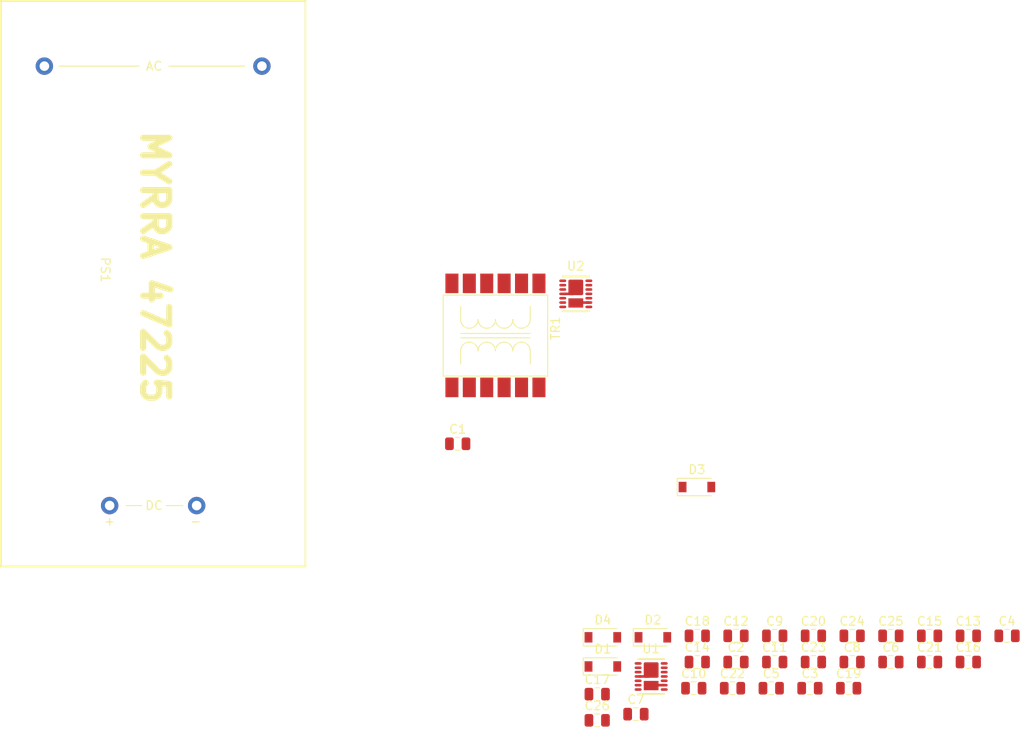
<source format=kicad_pcb>
(kicad_pcb (version 20211014) (generator pcbnew)
  (layers (0 "F.Cu" signal) (31 "B.Cu" signal) (34 "B.Paste" user) (35 "F.Paste" user) (36 "B.SilkS" user "B.Silkscreen") (37 "F.SilkS" user "F.Silkscreen") (38 "B.Mask" user) (39 "F.Mask" user) (44 "Edge.Cuts" user))
  (net 0 "")
  (net 1 "Net-(C1-Pad1)")
  (net 2 "Net-(C1-Pad2)")
  (net 3 "GND")
  (net 4 "Net-(C3-Pad2)")
  (net 5 "Net-(C4-Pad2)")
  (net 6 "VDD")
  (net 7 "GND1")
  (net 8 "+7.5V")
  (net 9 "+9V")
  (net 10 "-9V")
  (net 11 "Net-(C15-Pad1)")
  (net 12 "+15V")
  (net 13 "Net-(C16-Pad1)")
  (net 14 "-15V")
  (net 15 "Net-(C17-Pad1)")
  (net 16 "+5V")
  (net 17 "Net-(C18-Pad1)")
  (net 18 "-5V")
  (net 19 "Net-(D1-Pad2)")
  (net 20 "Net-(D2-Pad2)")
  (net 21 "Net-(D3-Pad1)")
  (net 22 "Net-(D4-Pad1)")
  (footprint "Diode_SMD:D_SOD-123" (layer "F.Cu") (at 173.24 90.29)
    (fp_text reference "D2" (at 0 -2) (layer "F.SilkS"))
    (fp_text value "1N4148W")
    (fp_line (start -2.25 -1) (end -2.25 1) (layer "F.SilkS") (width 0.12))
    (fp_line (start -2.25 1) (end 1.65 1) (layer "F.SilkS") (width 0.12))
    (fp_line (start -2.25 -1) (end 1.65 -1) (layer "F.SilkS") (width 0.12))
    (pad "1" smd rect (at -1.65 0) (size 0.9 1.2) (layers "F.Cu" "F.Paste" "F.Mask") (net 2 "Net-(C1-Pad2)"))
    (pad "2" smd rect (at 1.65 0) (size 0.9 1.2) (layers "F.Cu" "F.Paste" "F.Mask") (net 20 "Net-(D2-Pad2)"))
  )
  (footprint "Capacitor_SMD:C_0805_2012Metric" (layer "F.Cu") (at 209.49 90.12)
    (fp_text reference "C13" (at 0 -1.68) (layer "F.SilkS"))
    (fp_text value "0.1uF")
    (fp_line (start -0.261252 0.735) (end 0.261252 0.735) (layer "F.SilkS") (width 0.12))
    (fp_line (start -0.261252 -0.735) (end 0.261252 -0.735) (layer "F.SilkS") (width 0.12))
    (pad "1" smd roundrect (at -0.95 0) (size 1 1.45) (layers "F.Cu" "F.Paste" "F.Mask") (net 8 "+7.5V"))
    (pad "2" smd roundrect (at 0.95 0) (size 1 1.45) (layers "F.Cu" "F.Paste" "F.Mask") (net 3 "GND"))
  )
  (footprint "Capacitor_SMD:C_0805_2012Metric" (layer "F.Cu") (at 182.79 90.12)
    (fp_text reference "C12" (at 0 -1.68) (layer "F.SilkS"))
    (fp_text value "0.1uF")
    (fp_line (start -0.261252 0.735) (end 0.261252 0.735) (layer "F.SilkS") (width 0.12))
    (fp_line (start -0.261252 -0.735) (end 0.261252 -0.735) (layer "F.SilkS") (width 0.12))
    (pad "1" smd roundrect (at -0.95 0) (size 1 1.45) (layers "F.Cu" "F.Paste" "F.Mask") (net 8 "+7.5V"))
    (pad "2" smd roundrect (at 0.95 0) (size 1 1.45) (layers "F.Cu" "F.Paste" "F.Mask") (net 3 "GND"))
  )
  (footprint "Capacitor_SMD:C_0805_2012Metric" (layer "F.Cu") (at 186.84 96.14)
    (fp_text reference "C5" (at 0 -1.68) (layer "F.SilkS"))
    (fp_text value "0.1uF")
    (fp_line (start -0.261252 -0.735) (end 0.261252 -0.735) (layer "F.SilkS") (width 0.12))
    (fp_line (start -0.261252 0.735) (end 0.261252 0.735) (layer "F.SilkS") (width 0.12))
    (pad "1" smd roundrect (at -0.95 0) (size 1 1.45) (layers "F.Cu" "F.Paste" "F.Mask") (net 6 "VDD"))
    (pad "2" smd roundrect (at 0.95 0) (size 1 1.45) (layers "F.Cu" "F.Paste" "F.Mask") (net 7 "GND1"))
  )
  (footprint "Capacitor_SMD:C_0805_2012Metric" (layer "F.Cu") (at 191.29 96.14)
    (fp_text reference "C3" (at 0 -1.68) (layer "F.SilkS"))
    (fp_text value "10uF")
    (fp_line (start -0.261252 0.735) (end 0.261252 0.735) (layer "F.SilkS") (width 0.12))
    (fp_line (start -0.261252 -0.735) (end 0.261252 -0.735) (layer "F.SilkS") (width 0.12))
    (pad "1" smd roundrect (at -0.95 0) (size 1 1.45) (layers "F.Cu" "F.Paste" "F.Mask") (net 3 "GND"))
    (pad "2" smd roundrect (at 0.95 0) (size 1 1.45) (layers "F.Cu" "F.Paste" "F.Mask") (net 4 "Net-(C3-Pad2)"))
  )
  (footprint "Diode_SMD:D_SOD-123" (layer "F.Cu") (at 167.49 93.64)
    (fp_text reference "D1" (at 0 -2) (layer "F.SilkS"))
    (fp_text value "1N4148W")
    (fp_line (start -2.25 1) (end 1.65 1) (layer "F.SilkS") (width 0.12))
    (fp_line (start -2.25 -1) (end 1.65 -1) (layer "F.SilkS") (width 0.12))
    (fp_line (start -2.25 -1) (end -2.25 1) (layer "F.SilkS") (width 0.12))
    (pad "1" smd rect (at -1.65 0) (size 0.9 1.2) (layers "F.Cu" "F.Paste" "F.Mask") (net 1 "Net-(C1-Pad1)"))
    (pad "2" smd rect (at 1.65 0) (size 0.9 1.2) (layers "F.Cu" "F.Paste" "F.Mask") (net 19 "Net-(D1-Pad2)"))
  )
  (footprint "Herranz - Linear Regulators:SON50P300X400X80-15N" (layer "F.Cu") (at 164.38 50.82)
    (fp_text reference "U2" (at -0.01 -3.19) (layer "F.SilkS") (effects (font (size 1.002173 1.002173))))
    (fp_text value "LT3032-xDE-5")
    (fp_line (start 1.5 1) (end 0.5 1) (layer "F.Cu") (width 0.3))
    (fp_line (start -0.3 0) (end -1.3 0) (layer "F.Cu") (width 0.3))
    (fp_line (start -1.5 2) (end 1.5 2) (layer "F.SilkS") (width 0.2))
    (fp_line (start -1.5 -2) (end 1.5 -2) (layer "F.SilkS") (width 0.2))
    (pad "1" smd oval (at -1.5 -1.5) (size 0.8 0.3) (layers "F.Cu" "F.Paste" "F.Mask") (net 16 "+5V"))
    (pad "2" smd oval (at -1.5 -1) (size 0.8 0.3) (layers "F.Cu" "F.Paste" "F.Mask"))
    (pad "3" smd oval (at -1.5 -0.5) (size 0.8 0.3) (layers "F.Cu" "F.Paste" "F.Mask") (net 15 "Net-(C17-Pad1)"))
    (pad "4" smd oval (at -1.5 0) (size 0.8 0.3) (layers "F.Cu" "F.Paste" "F.Mask") (net 3 "GND"))
    (pad "5" smd oval (at -1.5 0.5) (size 0.8 0.3) (layers "F.Cu" "F.Paste" "F.Mask") (net 3 "GND"))
    (pad "6" smd oval (at -1.5 1) (size 0.8 0.3) (layers "F.Cu" "F.Paste" "F.Mask") (net 10 "-9V"))
    (pad "7" smd oval (at -1.5 1.5) (size 0.8 0.3) (layers "F.Cu" "F.Paste" "F.Mask") (net 18 "-5V"))
    (pad "8" smd oval (at 1.5 1.5 180) (size 0.8 0.3) (layers "F.Cu" "F.Paste" "F.Mask"))
    (pad "9" smd oval (at 1.5 1 180) (size 0.8 0.3) (layers "F.Cu" "F.Paste" "F.Mask") (net 10 "-9V"))
    (pad "10" smd oval (at 1.5 0.5 180) (size 0.8 0.3) (layers "F.Cu" "F.Paste" "F.Mask") (net 9 "+9V"))
    (pad "11" smd oval (at 1.5 0 180) (size 0.8 0.3) (layers "F.Cu" "F.Paste" "F.Mask") (net 17 "Net-(C18-Pad1)"))
    (pad "12" smd oval (at 1.5 -0.5 180) (size 0.8 0.3) (layers "F.Cu" "F.Paste" "F.Mask") (net 9 "+9V"))
    (pad "13" smd oval (at 1.5 -1 180) (size 0.8 0.3) (layers "F.Cu" "F.Paste" "F.Mask"))
    (pad "14" smd oval (at 1.5 -1.5 180) (size 0.8 0.3) (layers "F.Cu" "F.Paste" "F.Mask") (net 9 "+9V"))
    (pad "15" smd roundrect (at 0 -0.74) (size 1.7 1.78) (layers "F.Cu" "F.Paste" "F.Mask") (roundrect_rratio 0.09) (net 3 "GND"))
    (pad "16" smd roundrect (at 0 1.045) (size 1.7 1.07) (layers "F.Cu" "F.Paste" "F.Mask") (roundrect_rratio 0.05) (net 10 "-9V"))
  )
  (footprint "Capacitor_SMD:C_0805_2012Metric" (layer "F.Cu") (at 178.34 93.13)
    (fp_text reference "C14" (at 0 -1.68) (layer "F.SilkS"))
    (fp_text value "0.1uF")
    (fp_line (start -0.261252 -0.735) (end 0.261252 -0.735) (layer "F.SilkS") (width 0.12))
    (fp_line (start -0.261252 0.735) (end 0.261252 0.735) (layer "F.SilkS") (width 0.12))
    (pad "1" smd roundrect (at -0.95 0) (size 1 1.45) (layers "F.Cu" "F.Paste" "F.Mask") (net 9 "+9V"))
    (pad "2" smd roundrect (at 0.95 0) (size 1 1.45) (layers "F.Cu" "F.Paste" "F.Mask") (net 3 "GND"))
  )
  (footprint "Diode_SMD:D_SOD-123" (layer "F.Cu") (at 167.49 90.29)
    (fp_text reference "D4" (at 0 -2) (layer "F.SilkS"))
    (fp_text value "1N4148W")
    (fp_line (start -2.25 1) (end 1.65 1) (layer "F.SilkS") (width 0.12))
    (fp_line (start -2.25 -1) (end 1.65 -1) (layer "F.SilkS") (width 0.12))
    (fp_line (start -2.25 -1) (end -2.25 1) (layer "F.SilkS") (width 0.12))
    (pad "1" smd rect (at -1.65 0) (size 0.9 1.2) (layers "F.Cu" "F.Paste" "F.Mask") (net 22 "Net-(D4-Pad1)"))
    (pad "2" smd rect (at 1.65 0) (size 0.9 1.2) (layers "F.Cu" "F.Paste" "F.Mask") (net 5 "Net-(C4-Pad2)"))
  )
  (footprint "Capacitor_SMD:C_0805_2012Metric" (layer "F.Cu") (at 177.94 96.14)
    (fp_text reference "C10" (at 0 -1.68) (layer "F.SilkS"))
    (fp_text value "10uF")
    (fp_line (start -0.261252 0.735) (end 0.261252 0.735) (layer "F.SilkS") (width 0.12))
    (fp_line (start -0.261252 -0.735) (end 0.261252 -0.735) (layer "F.SilkS") (width 0.12))
    (pad "1" smd roundrect (at -0.95 0) (size 1 1.45) (layers "F.Cu" "F.Paste" "F.Mask") (net 10 "-9V"))
    (pad "2" smd roundrect (at 0.95 0) (size 1 1.45) (layers "F.Cu" "F.Paste" "F.Mask") (net 3 "GND"))
  )
  (footprint "Herranz - Transformers:WE-FLEX 749196141" (layer "F.Cu") (at 150.145 61.57)
    (fp_text reference "TR1" (at 11.9 -6.8 90 unlocked) (layer "F.SilkS"))
    (fp_text value "WE-flex_749196141_ALT")
    (fp_line (start 1 -4.2) (end 1 -2.7) (layer "F.SilkS") (width 0.12))
    (fp_line (start 9 -4.2) (end 9 -2.7) (layer "F.SilkS") (width 0.12))
    (fp_line (start 1 -6.2) (end 9 -6.2) (layer "F.SilkS") (width 0.12))
    (fp_line (start 1 -5.7) (end 9 -5.7) (layer "F.SilkS") (width 0.12))
    (fp_line (start 9 -7.8) (end 9 -9.3) (layer "F.SilkS") (width 0.12))
    (fp_line (start 1 -7.8) (end 1 -9.3) (layer "F.SilkS") (width 0.12))
    (fp_rect (start -1 -10.61) (end 11 -1.29) (layer "F.SilkS") (width 0.12) (fill none))
    (fp_arc (start 9 -7.8) (mid 8 -6.8) (end 7 -7.8) (layer "F.SilkS") (width 0.12))
    (fp_arc (start 5 -7.8) (mid 4 -6.8) (end 3 -7.8) (layer "F.SilkS") (width 0.12))
    (fp_arc (start 3 -4.2) (mid 4 -5.2) (end 5 -4.2) (layer "F.SilkS") (width 0.12))
    (fp_arc (start 7 -4.2) (mid 8 -5.2) (end 9 -4.2) (layer "F.SilkS") (width 0.12))
    (fp_arc (start 3 -7.8) (mid 2 -6.8) (end 1 -7.8) (layer "F.SilkS") (width 0.12))
    (fp_arc (start 1 -4.2) (mid 2 -5.2) (end 3 -4.2) (layer "F.SilkS") (width 0.12))
    (fp_arc (start 7 -7.8) (mid 6 -6.8) (end 5 -7.8) (layer "F.SilkS") (width 0.12))
    (fp_arc (start 5 -4.2) (mid 6 -5.2) (end 7 -4.2) (layer "F.SilkS") (width 0.12))
    (pad "1" smd rect (at 0 0) (size 1.5 2.25) (layers "F.Cu" "F.Paste" "F.Mask") (net 19 "Net-(D1-Pad2)"))
    (pad "2" smd rect (at 2 0) (size 1.5 2.25) (layers "F.Cu" "F.Paste" "F.Mask") (net 6 "VDD"))
    (pad "3" smd rect (at 4 0) (size 1.5 2.25) (layers "F.Cu" "F.Paste" "F.Mask") (net 6 "VDD"))
    (pad "4" smd rect (at 6 0) (size 1.5 2.25) (layers "F.Cu" "F.Paste" "F.Mask") (net 20 "Net-(D2-Pad2)"))
    (pad "5" smd rect (at 8 0) (size 1.5 2.25) (layers "F.Cu" "F.Paste" "F.Mask") (net 7 "GND1"))
    (pad "6" smd rect (at 10 0) (size 1.5 2.25) (layers "F.Cu" "F.Paste" "F.Mask") (net 7 "GND1"))
    (pad "7" smd rect (at 10 -11.95) (size 1.5 2.25) (layers "F.Cu" "F.Paste" "F.Mask") (net 22 "Net-(D4-Pad1)"))
    (pad "8" smd rect (at 8 -11.95) (size 1.5 2.25) (layers "F.Cu" "F.Paste" "F.Mask") (net 3 "GND"))
    (pad "9" smd rect (at 6 -11.95) (size 1.5 2.25) (layers "F.Cu" "F.Paste" "F.Mask") (net 21 "Net-(D3-Pad1)"))
    (pad "10" smd rect (at 4 -11.95) (size 1.5 2.25) (layers "F.Cu" "F.Paste" "F.Mask") (net 21 "Net-(D3-Pad1)"))
    (pad "11" smd rect (at 2 -11.95) (size 1.5 2.25) (layers "F.Cu" "F.Paste" "F.Mask") (net 20 "Net-(D2-Pad2)"))
    (pad "12" smd rect (at 0 -11.95) (size 1.5 2.25) (layers "F.Cu" "F.Paste" "F.Mask") (net 3 "GND"))
  )
  (footprint "Capacitor_SMD:C_0805_2012Metric" (layer "F.Cu") (at 205.04 90.12)
    (fp_text reference "C15" (at 0 -1.68) (layer "F.SilkS"))
    (fp_text value "3300pF")
    (fp_line (start -0.261252 -0.735) (end 0.261252 -0.735) (layer "F.SilkS") (width 0.12))
    (fp_line (start -0.261252 0.735) (end 0.261252 0.735) (layer "F.SilkS") (width 0.12))
    (pad "1" smd roundrect (at -0.95 0) (size 1 1.45) (layers "F.Cu" "F.Paste" "F.Mask") (net 11 "Net-(C15-Pad1)"))
    (pad "2" smd roundrect (at 0.95 0) (size 1 1.45) (layers "F.Cu" "F.Paste" "F.Mask") (net 12 "+15V"))
  )
  (footprint "Capacitor_SMD:C_0805_2012Metric" (layer "F.Cu") (at 191.69 93.13)
    (fp_text reference "C23" (at 0 -1.68) (layer "F.SilkS"))
    (fp_text value "10uF")
    (fp_line (start -0.261252 0.735) (end 0.261252 0.735) (layer "F.SilkS") (width 0.12))
    (fp_line (start -0.261252 -0.735) (end 0.261252 -0.735) (layer "F.SilkS") (width 0.12))
    (pad "1" smd roundrect (at -0.95 0) (size 1 1.45) (layers "F.Cu" "F.Paste" "F.Mask") (net 16 "+5V"))
    (pad "2" smd roundrect (at 0.95 0) (size 1 1.45) (layers "F.Cu" "F.Paste" "F.Mask") (net 3 "GND"))
  )
  (footprint "Capacitor_SMD:C_0805_2012Metric" (layer "F.Cu") (at 182.39 96.14)
    (fp_text reference "C22" (at 0 -1.68) (layer "F.SilkS"))
    (fp_text value "0.1uF")
    (fp_line (start -0.261252 -0.735) (end 0.261252 -0.735) (layer "F.SilkS") (width 0.12))
    (fp_line (start -0.261252 0.735) (end 0.261252 0.735) (layer "F.SilkS") (width 0.12))
    (pad "1" smd roundrect (at -0.95 0) (size 1 1.45) (layers "F.Cu" "F.Paste" "F.Mask") (net 14 "-15V"))
    (pad "2" smd roundrect (at 0.95 0) (size 1 1.45) (layers "F.Cu" "F.Paste" "F.Mask") (net 3 "GND"))
  )
  (footprint "Capacitor_SMD:C_0805_2012Metric" (layer "F.Cu") (at 200.59 90.12)
    (fp_text reference "C25" (at 0 -1.68) (layer "F.SilkS"))
    (fp_text value "10uF")
    (fp_line (start -0.261252 0.735) (end 0.261252 0.735) (layer "F.SilkS") (width 0.12))
    (fp_line (start -0.261252 -0.735) (end 0.261252 -0.735) (layer "F.SilkS") (width 0.12))
    (pad "1" smd roundrect (at -0.95 0) (size 1 1.45) (layers "F.Cu" "F.Paste" "F.Mask") (net 12 "+15V"))
    (pad "2" smd roundrect (at 0.95 0) (size 1 1.45) (layers "F.Cu" "F.Paste" "F.Mask") (net 3 "GND"))
  )
  (footprint "Capacitor_SMD:C_0805_2012Metric" (layer "F.Cu") (at 182.79 93.13)
    (fp_text reference "C2" (at 0 -1.68) (layer "F.SilkS"))
    (fp_text value "10uF")
    (fp_line (start -0.261252 0.735) (end 0.261252 0.735) (layer "F.SilkS") (width 0.12))
    (fp_line (start -0.261252 -0.735) (end 0.261252 -0.735) (layer "F.SilkS") (width 0.12))
    (pad "1" smd roundrect (at -0.95 0) (size 1 1.45) (layers "F.Cu" "F.Paste" "F.Mask") (net 2 "Net-(C1-Pad2)"))
    (pad "2" smd roundrect (at 0.95 0) (size 1 1.45) (layers "F.Cu" "F.Paste" "F.Mask") (net 3 "GND"))
  )
  (footprint "Capacitor_SMD:C_0805_2012Metric" (layer "F.Cu") (at 178.34 90.12)
    (fp_text reference "C18" (at 0 -1.68) (layer "F.SilkS"))
    (fp_text value "3300pF")
    (fp_line (start -0.261252 0.735) (end 0.261252 0.735) (layer "F.SilkS") (width 0.12))
    (fp_line (start -0.261252 -0.735) (end 0.261252 -0.735) (layer "F.SilkS") (width 0.12))
    (pad "1" smd roundrect (at -0.95 0) (size 1 1.45) (layers "F.Cu" "F.Paste" "F.Mask") (net 17 "Net-(C18-Pad1)"))
    (pad "2" smd roundrect (at 0.95 0) (size 1 1.45) (layers "F.Cu" "F.Paste" "F.Mask") (net 18 "-5V"))
  )
  (footprint "Diode_SMD:D_SOD-123" (layer "F.Cu") (at 178.3 73.02)
    (fp_text reference "D3" (at 0 -2) (layer "F.SilkS"))
    (fp_text value "1N4148W")
    (fp_line (start -2.25 1) (end 1.65 1) (layer "F.SilkS") (width 0.12))
    (fp_line (start -2.25 -1) (end -2.25 1) (layer "F.SilkS") (width 0.12))
    (fp_line (start -2.25 -1) (end 1.65 -1) (layer "F.SilkS") (width 0.12))
    (pad "1" smd rect (at -1.65 0) (size 0.9 1.2) (layers "F.Cu" "F.Paste" "F.Mask") (net 21 "Net-(D3-Pad1)"))
    (pad "2" smd rect (at 1.65 0) (size 0.9 1.2) (layers "F.Cu" "F.Paste" "F.Mask") (net 4 "Net-(C3-Pad2)"))
  )
  (footprint "Capacitor_SMD:C_0805_2012Metric" (layer "F.Cu") (at 191.69 90.12)
    (fp_text reference "C20" (at 0 -1.68) (layer "F.SilkS"))
    (fp_text value "0.1uF")
    (fp_line (start -0.261252 -0.735) (end 0.261252 -0.735) (layer "F.SilkS") (width 0.12))
    (fp_line (start -0.261252 0.735) (end 0.261252 0.735) (layer "F.SilkS") (width 0.12))
    (pad "1" smd roundrect (at -0.95 0) (size 1 1.45) (layers "F.Cu" "F.Paste" "F.Mask") (net 18 "-5V"))
    (pad "2" smd roundrect (at 0.95 0) (size 1 1.45) (layers "F.Cu" "F.Paste" "F.Mask") (net 3 "GND"))
  )
  (footprint "Capacitor_SMD:C_0805_2012Metric" (layer "F.Cu") (at 171.29 99.12)
    (fp_text reference "C7" (at 0 -1.68) (layer "F.SilkS"))
    (fp_text value "10uF")
    (fp_line (start -0.261252 -0.735) (end 0.261252 -0.735) (layer "F.SilkS") (width 0.12))
    (fp_line (start -0.261252 0.735) (end 0.261252 0.735) (layer "F.SilkS") (width 0.12))
    (pad "1" smd roundrect (at -0.95 0) (size 1 1.45) (layers "F.Cu" "F.Paste" "F.Mask") (net 8 "+7.5V"))
    (pad "2" smd roundrect (at 0.95 0) (size 1 1.45) (layers "F.Cu" "F.Paste" "F.Mask") (net 3 "GND"))
  )
  (footprint "Capacitor_SMD:C_0805_2012Metric" (layer "F.Cu") (at 195.74 96.14)
    (fp_text reference "C19" (at 0 -1.68) (layer "F.SilkS"))
    (fp_text value "0.1uF")
    (fp_line (start -0.261252 0.735) (end 0.261252 0.735) (layer "F.SilkS") (width 0.12))
    (fp_line (start -0.261252 -0.735) (end 0.261252 -0.735) (layer "F.SilkS") (width 0.12))
    (pad "1" smd roundrect (at -0.95 0) (size 1 1.45) (layers "F.Cu" "F.Paste" "F.Mask") (net 16 "+5V"))
    (pad "2" smd roundrect (at 0.95 0) (size 1 1.45) (layers "F.Cu" "F.Paste" "F.Mask") (net 3 "GND"))
  )
  (footprint "Capacitor_SMD:C_0805_2012Metric" (layer "F.Cu") (at 209.49 93.13)
    (fp_text reference "C16" (at 0 -1.68) (layer "F.SilkS"))
    (fp_text value "3300pF")
    (fp_line (start -0.261252 0.735) (end 0.261252 0.735) (layer "F.SilkS") (width 0.12))
    (fp_line (start -0.261252 -0.735) (end 0.261252 -0.735) (layer "F.SilkS") (width 0.12))
    (pad "1" smd roundrect (at -0.95 0) (size 1 1.45) (layers "F.Cu" "F.Paste" "F.Mask") (net 13 "Net-(C16-Pad1)"))
    (pad "2" smd roundrect (at 0.95 0) (size 1 1.45) (layers "F.Cu" "F.Paste" "F.Mask") (net 14 "-15V"))
  )
  (footprint "Capacitor_SMD:C_0805_2012Metric" (layer "F.Cu") (at 187.24 90.12)
    (fp_text reference "C9" (at 0 -1.68) (layer "F.SilkS"))
    (fp_text value "10uF")
    (fp_line (start -0.261252 0.735) (end 0.261252 0.735) (layer "F.SilkS") (width 0.12))
    (fp_line (start -0.261252 -0.735) (end 0.261252 -0.735) (layer "F.SilkS") (width 0.12))
    (pad "1" smd roundrect (at -0.95 0) (size 1 1.45) (layers "F.Cu" "F.Paste" "F.Mask") (net 9 "+9V"))
    (pad "2" smd roundrect (at 0.95 0) (size 1 1.45) (layers "F.Cu" "F.Paste" "F.Mask") (net 3 "GND"))
  )
  (footprint "Capacitor_SMD:C_0805_2012Metric" (layer "F.Cu") (at 213.94 90.12)
    (fp_text reference "C4" (at 0 -1.68) (layer "F.SilkS"))
    (fp_text value "10uF")
    (fp_line (start -0.261252 -0.735) (end 0.261252 -0.735) (layer "F.SilkS") (width 0.12))
    (fp_line (start -0.261252 0.735) (end 0.261252 0.735) (layer "F.SilkS") (width 0.12))
    (pad "1" smd roundrect (at -0.95 0) (size 1 1.45) (layers "F.Cu" "F.Paste" "F.Mask") (net 4 "Net-(C3-Pad2)"))
    (pad "2" smd roundrect (at 0.95 0) (size 1 1.45) (layers "F.Cu" "F.Paste" "F.Mask") (net 5 "Net-(C4-Pad2)"))
  )
  (footprint "Herranz - Linear Regulators:SON50P300X400X80-15N" (layer "F.Cu") (at 173.04 94.79)
    (fp_text reference "U1" (at -0.01 -3.19) (layer "F.SilkS") (effects (font (size 1.002173 1.002173))))
    (fp_text value "LT3032-xDE-15")
    (fp_line (start 1.5 1) (end 0.5 1) (layer "F.Cu") (width 0.3))
    (fp_line (start -0.3 0) (end -1.3 0) (layer "F.Cu") (width 0.3))
    (fp_line (start -1.5 2) (end 1.5 2) (layer "F.SilkS") (width 0.2))
    (fp_line (start -1.5 -2) (end 1.5 -2) (layer "F.SilkS") (width 0.2))
    (pad "1" smd oval (at -1.5 -1.5) (size 0.8 0.3) (layers "F.Cu" "F.Paste" "F.Mask") (net 12 "+15V"))
    (pad "2" smd oval (at -1.5 -1) (size 0.8 0.3) (layers "F.Cu" "F.Paste" "F.Mask"))
    (pad "3" smd oval (at -1.5 -0.5) (size 0.8 0.3) (layers "F.Cu" "F.Paste" "F.Mask") (net 11 "Net-(C15-Pad1)"))
    (pad "4" smd oval (at -1.5 0) (size 0.8 0.3) (layers "F.Cu" "F.Paste" "F.Mask") (net 3 "GND"))
    (pad "5" smd oval (at -1.5 0.5) (size 0.8 0.3) (layers "F.Cu" "F.Paste" "F.Mask") (net 3 "GND"))
    (pad "6" smd oval (at -1.5 1) (size 0.8 0.3) (layers "F.Cu" "F.Paste" "F.Mask") (net 8 "+7.5V"))
    (pad "7" smd oval (at -1.5 1.5) (size 0.8 0.3) (layers "F.Cu" "F.Paste" "F.Mask") (net 14 "-15V"))
    (pad "8" smd oval (at 1.5 1.5 180) (size 0.8 0.3) (layers "F.Cu" "F.Paste" "F.Mask"))
    (pad "9" smd oval (at 1.5 1 180) (size 0.8 0.3) (layers "F.Cu" "F.Paste" "F.Mask") (net 8 "+7.5V"))
    (pad "10" smd oval (at 1.5 0.5 180) (size 0.8 0.3) (layers "F.Cu" "F.Paste" "F.Mask") (net 8 "+7.5V"))
    (pad "11" smd oval (at 1.5 0 180) (size 0.8 0.3) (layers "F.Cu" "F.Paste" "F.Mask") (net 13 "Net-(C16-Pad1)"))
    (pad "12" smd oval (at 1.5 -0.5 180) (size 0.8 0.3) (layers "F.Cu" "F.Paste" "F.Mask") (net 8 "+7.5V"))
    (pad "13" smd oval (at 1.5 -1 180) (size 0.8 0.3) (layers "F.Cu" "F.Paste" "F.Mask"))
    (pad "14" smd oval (at 1.5 -1.5 180) (size 0.8 0.3) (layers "F.Cu" "F.Paste" "F.Mask") (net 8 "+7.5V"))
    (pad "15" smd roundrect (at 0 -0.74) (size 1.7 1.78) (layers "F.Cu" "F.Paste" "F.Mask") (roundrect_rratio 0.09) (net 3 "GND"))
    (pad "16" smd roundrect (at 0 1.045) (size 1.7 1.07) (layers "F.Cu" "F.Paste" "F.Mask") (roundrect_rratio 0.05) (net 8 "+7.5V"))
  )
  (footprint "Capacitor_SMD:C_0805_2012Metric" (layer "F.Cu") (at 196.14 90.12)
    (fp_text reference "C24" (at 0 -1.68) (layer "F.SilkS"))
    (fp_text value "10uF")
    (fp_line (start -0.261252 0.735) (end 0.261252 0.735) (layer "F.SilkS") (width 0.12))
    (fp_line (start -0.261252 -0.735) (end 0.261252 -0.735) (layer "F.SilkS") (width 0.12))
    (pad "1" smd roundrect (at -0.95 0) (size 1 1.45) (layers "F.Cu" "F.Paste" "F.Mask") (net 18 "-5V"))
    (pad "2" smd roundrect (at 0.95 0) (size 1 1.45) (layers "F.Cu" "F.Paste" "F.Mask") (net 3 "GND"))
  )
  (footprint "Capacitor_SMD:C_0805_2012Metric" (layer "F.Cu") (at 166.84 96.82)
    (fp_text reference "C17" (at 0 -1.68) (layer "F.SilkS"))
    (fp_text value "3300pF")
    (fp_line (start -0.261252 -0.735) (end 0.261252 -0.735) (layer "F.SilkS") (width 0.12))
    (fp_line (start -0.261252 0.735) (end 0.261252 0.735) (layer "F.SilkS") (width 0.12))
    (pad "1" smd roundrect (at -0.95 0) (size 1 1.45) (layers "F.Cu" "F.Paste" "F.Mask") (net 15 "Net-(C17-Pad1)"))
    (pad "2" smd roundrect (at 0.95 0) (size 1 1.45) (layers "F.Cu" "F.Paste" "F.Mask") (net 16 "+5V"))
  )
  (footprint "Capacitor_SMD:C_0805_2012Metric" (layer "F.Cu") (at 205.04 93.13)
    (fp_text reference "C21" (at 0 -1.68) (layer "F.SilkS"))
    (fp_text value "0.1uF")
    (fp_line (start -0.261252 -0.735) (end 0.261252 -0.735) (layer "F.SilkS") (width 0.12))
    (fp_line (start -0.261252 0.735) (end 0.261252 0.735) (layer "F.SilkS") (width 0.12))
    (pad "1" smd roundrect (at -0.95 0) (size 1 1.45) (layers "F.Cu" "F.Paste" "F.Mask") (net 12 "+15V"))
    (pad "2" smd roundrect (at 0.95 0) (size 1 1.45) (layers "F.Cu" "F.Paste" "F.Mask") (net 3 "GND"))
  )
  (footprint "Capacitor_SMD:C_0805_2012Metric" (layer "F.Cu") (at 200.59 93.13)
    (fp_text reference "C6" (at 0 -1.68) (layer "F.SilkS"))
    (fp_text value "10uF")
    (fp_line (start -0.261252 -0.735) (end 0.261252 -0.735) (layer "F.SilkS") (width 0.12))
    (fp_line (start -0.261252 0.735) (end 0.261252 0.735) (layer "F.SilkS") (width 0.12))
    (pad "1" smd roundrect (at -0.95 0) (size 1 1.45) (layers "F.Cu" "F.Paste" "F.Mask") (net 6 "VDD"))
    (pad "2" smd roundrect (at 0.95 0) (size 1 1.45) (layers "F.Cu" "F.Paste" "F.Mask") (net 7 "GND1"))
  )
  (footprint "Herranz - Transformers:MYRRA 47225" (layer "F.Cu") (at 128.31 24.65 -90)
    (fp_text reference "PS1" (at 23.4 18 -90 unlocked) (layer "F.SilkS"))
    (fp_text value "Myrra_47225")
    (fp_text user "MYRRA 47225" (at 23.1 12.3 -90 unlocked) (layer "F.SilkS") (effects (font (size 3 3) (thickness 0.7))))
    (fp_text user "+" (at 52.3 17.5 unlocked) (layer "F.SilkS"))
    (fp_text user "DC" (at 50.5 12.4 unlocked) (layer "F.SilkS"))
    (fp_text user "-" (at 52.3 7.6 unlocked) (layer "F.SilkS"))
    (fp_text user "AC" (at 0 12.4 unlocked) (layer "F.SilkS"))
    (fp_line (start 0 2) (end 0 10.7) (layer "F.SilkS") (width 0.12))
    (fp_line (start 50.5 13.8) (end 50.5 15.6) (layer "F.SilkS") (width 0.12))
    (fp_line (start 0 23.3) (end 0 14.1) (layer "F.SilkS") (width 0.12))
    (fp_line (start 50.5 9.1) (end 50.5 11) (layer "F.SilkS") (width 0.12))
    (fp_rect (start -7.5 -5) (end 57.5 30) (layer "F.SilkS") (width 0.2) (fill none))
    (pad "1" thru_hole circle (at 0 0 270) (size 2 2) (drill 1.1) (layers *.Cu *.Mask))
    (pad "2" thru_hole circle (at 0 25 270) (size 2 2) (drill 1.1) (layers *.Cu *.Mask))
    (pad "3" thru_hole circle (at 50.5 7.5 270) (size 2 2) (drill 1.1) (layers *.Cu *.Mask) (net 7 "GND1"))
    (pad "4" thru_hole circle (at 50.5 17.5 270) (size 2 2) (drill 1.1) (layers *.Cu *.Mask) (net 6 "VDD"))
  )
  (footprint "Capacitor_SMD:C_0805_2012Metric" (layer "F.Cu") (at 150.81 68.05)
    (fp_text reference "C1" (at 0 -1.68) (layer "F.SilkS"))
    (fp_text value "10uF")
    (fp_line (start -0.261252 0.735) (end 0.261252 0.735) (layer "F.SilkS") (width 0.12))
    (fp_line (start -0.261252 -0.735) (end 0.261252 -0.735) (layer "F.SilkS") (width 0.12))
    (pad "1" smd roundrect (at -0.95 0) (size 1 1.45) (layers "F.Cu" "F.Paste" "F.Mask") (net 1 "Net-(C1-Pad1)"))
    (pad "2" smd roundrect (at 0.95 0) (size 1 1.45) (layers "F.Cu" "F.Paste" "F.Mask") (net 2 "Net-(C1-Pad2)"))
  )
  (footprint "Capacitor_SMD:C_0805_2012Metric" (layer "F.Cu") (at 196.14 93.13)
    (fp_text reference "C8" (at 0 -1.68) (layer "F.SilkS"))
    (fp_text value "10uF")
    (fp_line (start -0.261252 -0.735) (end 0.261252 -0.735) (layer "F.SilkS") (width 0.12))
    (fp_line (start -0.261252 0.735) (end 0.261252 0.735) (layer "F.SilkS") (width 0.12))
    (pad "1" smd roundrect (at -0.95 0) (size 1 1.45) (layers "F.Cu" "F.Paste" "F.Mask") (net 8 "+7.5V"))
    (pad "2" smd roundrect (at 0.95 0) (size 1 1.45) (layers "F.Cu" "F.Paste" "F.Mask") (net 3 "GND"))
  )
  (footprint "Capacitor_SMD:C_0805_2012Metric" (layer "F.Cu") (at 166.84 99.83)
    (fp_text reference "C26" (at 0 -1.68) (layer "F.SilkS"))
    (fp_text value "10uF")
    (fp_line (start -0.261252 0.735) (end 0.261252 0.735) (layer "F.SilkS") (width 0.12))
    (fp_line (start -0.261252 -0.735) (end 0.261252 -0.735) (layer "F.SilkS") (width 0.12))
    (pad "1" smd roundrect (at -0.95 0) (size 1 1.45) (layers "F.Cu" "F.Paste" "F.Mask") (net 14 "-15V"))
    (pad "2" smd roundrect (at 0.95 0) (size 1 1.45) (layers "F.Cu" "F.Paste" "F.Mask") (net 3 "GND"))
  )
  (footprint "Capacitor_SMD:C_0805_2012Metric" (layer "F.Cu") (at 187.24 93.13)
    (fp_text reference "C11" (at 0 -1.68) (layer "F.SilkS"))
    (fp_text value "0.1uF")
    (fp_line (start -0.261252 0.735) (end 0.261252 0.735) (layer "F.SilkS") (width 0.12))
    (fp_line (start -0.261252 -0.735) (end 0.261252 -0.735) (layer "F.SilkS") (width 0.12))
    (pad "1" smd roundrect (at -0.95 0) (size 1 1.45) (layers "F.Cu" "F.Paste" "F.Mask") (net 10 "-9V"))
    (pad "2" smd roundrect (at 0.95 0) (size 1 1.45) (layers "F.Cu" "F.Paste" "F.Mask") (net 3 "GND"))
  )
)
</source>
